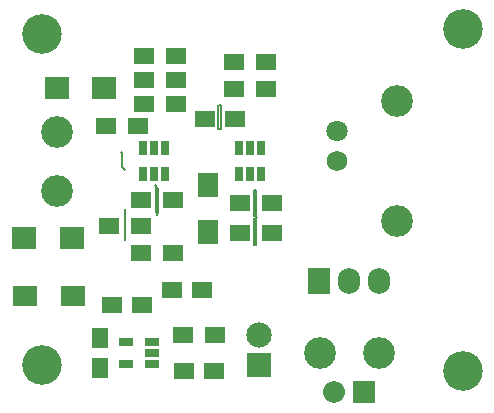
<source format=gbr>
G04 #@! TF.GenerationSoftware,KiCad,Pcbnew,(5.1.5)-3*
G04 #@! TF.CreationDate,2021-03-10T17:51:43-05:00*
G04 #@! TF.ProjectId,DiffProbe,44696666-5072-46f6-9265-2e6b69636164,X1*
G04 #@! TF.SameCoordinates,Original*
G04 #@! TF.FileFunction,Soldermask,Top*
G04 #@! TF.FilePolarity,Negative*
%FSLAX46Y46*%
G04 Gerber Fmt 4.6, Leading zero omitted, Abs format (unit mm)*
G04 Created by KiCad (PCBNEW (5.1.5)-3) date 2021-03-10 17:51:43*
%MOMM*%
%LPD*%
G04 APERTURE LIST*
%ADD10C,0.200000*%
%ADD11C,3.352400*%
%ADD12R,2.152400X1.852400*%
%ADD13R,1.652400X1.402400*%
%ADD14R,1.402400X1.652400*%
%ADD15R,1.652400X1.452400*%
%ADD16C,2.692400*%
%ADD17R,0.802400X1.212400*%
%ADD18R,1.212400X0.802400*%
%ADD19R,2.152400X2.152400*%
%ADD20C,2.152400*%
%ADD21C,1.727200*%
%ADD22C,1.803400*%
%ADD23R,1.879600X2.184400*%
%ADD24O,1.879600X2.184400*%
%ADD25R,2.152400X1.752400*%
%ADD26R,1.752400X2.152400*%
%ADD27R,1.852400X1.852400*%
%ADD28O,1.852400X1.852400*%
G04 APERTURE END LIST*
D10*
X19100800Y-9956800D02*
X18973800Y-9956800D01*
X19100800Y-11963400D02*
X19100800Y-9956800D01*
X18897600Y-11963400D02*
X19100800Y-11963400D01*
X18897600Y-9956800D02*
X18897600Y-11963400D01*
X22098000Y-19481800D02*
X22148800Y-19481800D01*
X22098000Y-21844000D02*
X22098000Y-19481800D01*
X21920200Y-21844000D02*
X22098000Y-21844000D01*
X21920200Y-19507200D02*
X21920200Y-21844000D01*
X22072600Y-17170400D02*
X22072600Y-19405600D01*
X21894800Y-17170400D02*
X22072600Y-17170400D01*
X21894800Y-19380200D02*
X21894800Y-17170400D01*
X13614400Y-18999200D02*
X13843000Y-18999200D01*
X13614400Y-16967200D02*
X13614400Y-18999200D01*
X13843000Y-16967200D02*
X13716000Y-16967200D01*
X13843000Y-19126200D02*
X13843000Y-16967200D01*
X11049000Y-18745200D02*
X11049000Y-21412200D01*
X10972800Y-21259800D02*
X11023600Y-21259800D01*
X10972800Y-18821400D02*
X10972800Y-21259800D01*
X13741400Y-16992600D02*
X13512800Y-16764000D01*
X13741400Y-19278600D02*
X13741400Y-16992600D01*
X10795000Y-13970000D02*
X10668000Y-13970000D01*
X10795000Y-15189200D02*
X10795000Y-13970000D01*
X11049000Y-15443200D02*
X10795000Y-15189200D01*
D11*
X39624000Y-32512000D03*
D12*
X9250000Y-8500000D03*
X5250000Y-8500000D03*
X6500000Y-21250000D03*
X2500000Y-21250000D03*
D13*
X20300000Y-11176000D03*
X17800000Y-11176000D03*
D14*
X8890000Y-32238000D03*
X8890000Y-29738000D03*
D13*
X17506000Y-25654000D03*
X15006000Y-25654000D03*
X18522000Y-32512000D03*
X16022000Y-32512000D03*
X12426000Y-26924000D03*
X9926000Y-26924000D03*
D15*
X12100000Y-11750000D03*
X9400000Y-11750000D03*
X12350000Y-20250000D03*
X9650000Y-20250000D03*
X12620000Y-9906000D03*
X15320000Y-9906000D03*
X12620000Y-7874000D03*
X15320000Y-7874000D03*
X15100000Y-22500000D03*
X12400000Y-22500000D03*
X12400000Y-18000000D03*
X15100000Y-18000000D03*
X12620000Y-5842000D03*
X15320000Y-5842000D03*
X20240000Y-8636000D03*
X22940000Y-8636000D03*
X20240000Y-6350000D03*
X22940000Y-6350000D03*
X20748000Y-18288000D03*
X23448000Y-18288000D03*
X23448000Y-20828000D03*
X20748000Y-20828000D03*
X15922000Y-29464000D03*
X18622000Y-29464000D03*
D16*
X32512000Y-30988000D03*
X27512000Y-30988000D03*
X5240000Y-17242000D03*
X5240000Y-12242000D03*
D17*
X14412000Y-13632000D03*
X13462000Y-13632000D03*
X12512000Y-13632000D03*
X12512000Y-15832000D03*
X14412000Y-15832000D03*
X13462000Y-15832000D03*
X22540000Y-13632000D03*
X21590000Y-13632000D03*
X20640000Y-13632000D03*
X20640000Y-15832000D03*
X22540000Y-15832000D03*
X21590000Y-15832000D03*
D18*
X13292000Y-31938000D03*
X13292000Y-30988000D03*
X13292000Y-30038000D03*
X11092000Y-30038000D03*
X11092000Y-31938000D03*
D19*
X22352000Y-32004000D03*
D20*
X22352000Y-29464000D03*
D21*
X28956000Y-14732000D03*
D22*
X28956000Y-12192000D03*
D16*
X34036000Y-9652000D03*
X34036000Y-19812000D03*
D23*
X27432000Y-24892000D03*
D24*
X29972000Y-24892000D03*
X32512000Y-24892000D03*
D11*
X4000000Y-32000000D03*
X39624000Y-3556000D03*
X4000000Y-4000000D03*
D25*
X6572000Y-26162000D03*
X2572000Y-26162000D03*
D26*
X18000000Y-16750000D03*
X18000000Y-20750000D03*
D27*
X31242000Y-34290000D03*
D28*
X28702000Y-34290000D03*
M02*

</source>
